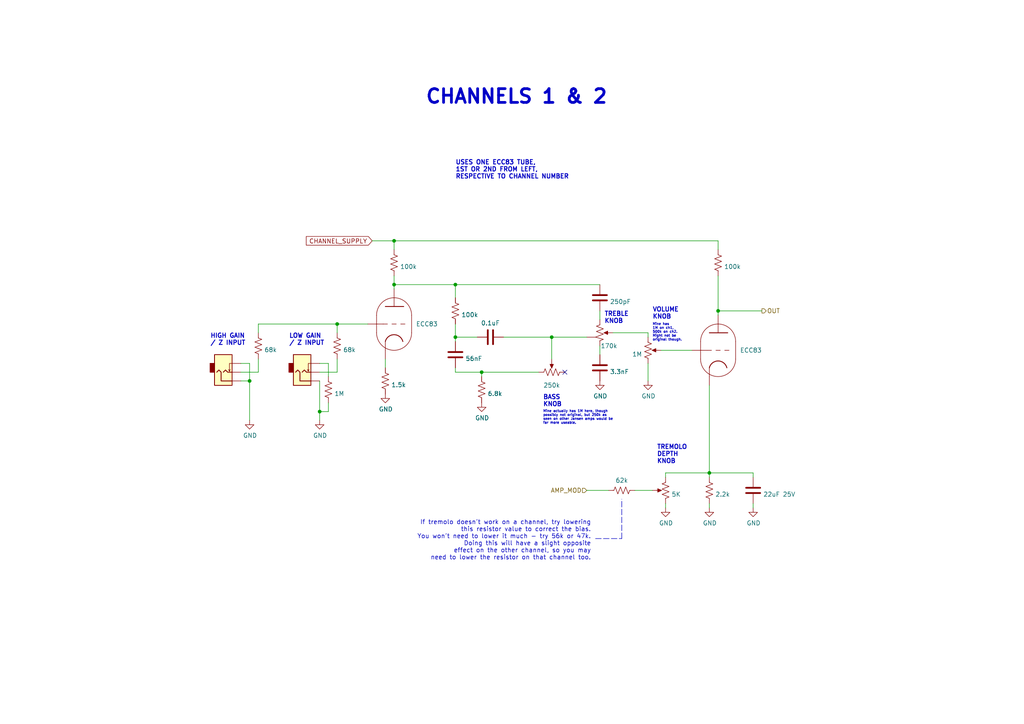
<source format=kicad_sch>
(kicad_sch (version 20211123) (generator eeschema)
  (paper "A4")
  (lib_symbols
    (symbol "AudioJack2_SwitchT_1" (pin_numbers hide) (pin_names hide)
      (property "Reference" "J" (at 0 8.89 0))
      (property "Value" "AudioJack2_SwitchT_1" (at 0 6.35 0))
      (symbol "AudioJack2_SwitchT_1_0_1"
        (rectangle (start -2.54 0) (end -3.81 -2.54) (stroke (width 0.254)) (fill (type outline)))
        (polyline (pts (xy 1.778 -0.254) (xy 2.032 -0.762)))
        (polyline (pts (xy 0 0) (xy 0.635 -0.635) (xy 1.27 0) (xy 2.54 0)) (stroke (width 0.254)))
        (polyline (pts (xy 2.54 -2.54) (xy 1.778 -2.54) (xy 1.778 -0.254) (xy 1.524 -0.762)))
        (polyline (pts (xy 2.54 2.54) (xy -0.635 2.54) (xy -0.635 0) (xy -1.27 -0.635) (xy -1.905 0)) (stroke (width 0.254)))
        (rectangle (start 2.54 3.81) (end -2.54 -5.08) (stroke (width 0.254)) (fill (type background)))
      )
      (symbol "AudioJack2_SwitchT_1_1_1"
        (pin passive line (at 5.08 2.54 180) (length 2.54) (name "~") (number "S"))
        (pin passive line (at 5.08 0 180) (length 2.54) (name "~") (number "T"))
        (pin passive line (at 5.08 -2.54 180) (length 2.54) (name "~") (number "TN"))
      )
    )
    (symbol "Connector:AudioJack2_SwitchT" (pin_numbers hide) (pin_names hide)
      (property "Reference" "J" (at 0 8.89 0))
      (property "Value" "AudioJack2_SwitchT" (at 0 6.35 0))
      (symbol "AudioJack2_SwitchT_0_1"
        (rectangle (start -2.54 0) (end -3.81 -2.54) (stroke (width 0.254)) (fill (type outline)))
        (polyline (pts (xy 1.778 -0.254) (xy 2.032 -0.762)))
        (polyline (pts (xy 0 0) (xy 0.635 -0.635) (xy 1.27 0) (xy 2.54 0)) (stroke (width 0.254)))
        (polyline (pts (xy 2.54 -2.54) (xy 1.778 -2.54) (xy 1.778 -0.254) (xy 1.524 -0.762)))
        (polyline (pts (xy 2.54 2.54) (xy -0.635 2.54) (xy -0.635 0) (xy -1.27 -0.635) (xy -1.905 0)) (stroke (width 0.254)))
        (rectangle (start 2.54 3.81) (end -2.54 -5.08) (stroke (width 0.254)) (fill (type background)))
      )
      (symbol "AudioJack2_SwitchT_1_1"
        (pin passive line (at 5.08 2.54 180) (length 2.54) (name "~") (number "S"))
        (pin passive line (at 5.08 0 180) (length 2.54) (name "~") (number "T"))
        (pin passive line (at 5.08 -2.54 180) (length 2.54) (name "~") (number "TN"))
      )
    )
    (symbol "Device:C" (pin_numbers hide) (pin_names (offset 0.254))
      (property "Reference" "C" (at 0.635 2.54 0))
      (property "Value" "C" (at 0.635 -2.54 0))
      (symbol "C_0_1"
        (polyline (pts (xy -2.032 -0.762) (xy 2.032 -0.762)) (stroke (width 0.508)))
        (polyline (pts (xy -2.032 0.762) (xy 2.032 0.762)) (stroke (width 0.508)))
      )
      (symbol "C_1_1"
        (pin passive line (at 0 3.81 270) (length 2.794) (name "~") (number "1"))
        (pin passive line (at 0 -3.81 90) (length 2.794) (name "~") (number "2"))
      )
    )
    (symbol "Device:R_POT_US" (pin_numbers hide) (pin_names (offset 1.016) hide)
      (property "Reference" "RV" (at -4.445 0 90))
      (property "Value" "Device_R_POT_US" (at -2.54 0 90))
      (symbol "R_POT_US_0_1"
        (polyline (pts (xy 0 -2.286) (xy 0 -2.54)))
        (polyline (pts (xy 0 2.54) (xy 0 2.286)))
        (polyline (pts (xy 2.54 0) (xy 1.524 0)))
        (polyline (pts (xy 1.143 0) (xy 2.286 0.508) (xy 2.286 -0.508) (xy 1.143 0)) (fill (type outline)))
        (polyline (pts (xy 0 -0.762) (xy 1.016 -1.143) (xy 0 -1.524) (xy -1.016 -1.905) (xy 0 -2.286)))
        (polyline (pts (xy 0 0.762) (xy 1.016 0.381) (xy 0 0) (xy -1.016 -0.381) (xy 0 -0.762)))
        (polyline (pts (xy 0 2.286) (xy 1.016 1.905) (xy 0 1.524) (xy -1.016 1.143) (xy 0 0.762)))
      )
      (symbol "R_POT_US_1_1"
        (pin passive line (at 0 3.81 270) (length 1.27) (name "1") (number "1"))
        (pin passive line (at 3.81 0 180) (length 1.27) (name "2") (number "2"))
        (pin passive line (at 0 -3.81 90) (length 1.27) (name "3") (number "3"))
      )
    )
    (symbol "Device:R_US" (pin_numbers hide) (pin_names (offset 0))
      (property "Reference" "R" (at 2.54 0 90))
      (property "Value" "R_US" (at -2.54 0 90))
      (symbol "R_US_0_1"
        (polyline (pts (xy 0 -2.286) (xy 0 -2.54)))
        (polyline (pts (xy 0 2.286) (xy 0 2.54)))
        (polyline (pts (xy 0 -0.762) (xy 1.016 -1.143) (xy 0 -1.524) (xy -1.016 -1.905) (xy 0 -2.286)))
        (polyline (pts (xy 0 0.762) (xy 1.016 0.381) (xy 0 0) (xy -1.016 -0.381) (xy 0 -0.762)))
        (polyline (pts (xy 0 2.286) (xy 1.016 1.905) (xy 0 1.524) (xy -1.016 1.143) (xy 0 0.762)))
      )
      (symbol "R_US_1_1"
        (pin passive line (at 0 3.81 270) (length 1.27) (name "~") (number "1"))
        (pin passive line (at 0 -3.81 90) (length 1.27) (name "~") (number "2"))
      )
    )
    (symbol "ECC83_1" (pin_numbers hide) (pin_names (offset 0) hide)
      (property "Reference" "U" (at 3.302 7.874 0))
      (property "Value" "ECC83_1" (at 8.89 -7.62 0))
      (symbol "ECC83_1_0_1"
        (arc (start -5.08 -2.54) (mid 0 -7.62) (end 5.08 -2.54))
        (polyline (pts (xy 5.08 2.54) (xy 5.08 -2.54)))
        (polyline (pts (xy -5.08 2.54) (xy -5.08 -2.54) (xy -5.08 -2.54)))
        (arc (start 5.08 2.54) (mid 0 7.62) (end -5.08 2.54))
      )
      (symbol "ECC83_1_1_0"
        (polyline (pts (xy -2.54 -5.08) (xy -2.54 -7.62)))
        (polyline (pts (xy 0 5.08) (xy 0 7.62)))
      )
      (symbol "ECC83_1_1_1"
        (polyline (pts (xy -5.08 0) (xy -3.175 0)))
        (polyline (pts (xy -1.905 0) (xy -3.175 0)) (stroke (width 0.1524)))
        (polyline (pts (xy -0.635 0) (xy 0.635 0)) (stroke (width 0.1524)))
        (polyline (pts (xy 1.905 0) (xy 3.175 0)) (stroke (width 0.1524)))
        (polyline (pts (xy -2.54 5.08) (xy 2.794 5.08) (xy 2.794 5.08)) (stroke (width 0.254)))
        (arc (start 2.54 -5.08) (mid 0 -3.0968) (end -2.54 -5.08) (stroke (width 0.254)))
        (pin output line (at 0 10.16 270) (length 2.54) (name "A") (number "6"))
        (pin input line (at -7.62 0 0) (length 2.54) (name "G") (number "7"))
        (pin bidirectional line (at -2.54 -10.16 90) (length 2.54) (name "K") (number "8"))
      )
      (symbol "ECC83_1_2_0"
        (polyline (pts (xy -2.54 -5.08) (xy -2.54 -7.62)))
        (polyline (pts (xy 0 5.08) (xy 0 7.62)))
      )
      (symbol "ECC83_1_2_1"
        (polyline (pts (xy -5.08 0) (xy -3.175 0)))
        (polyline (pts (xy -1.905 0) (xy -3.175 0)) (stroke (width 0.1524)))
        (polyline (pts (xy -0.635 0) (xy 0.635 0)) (stroke (width 0.1524)))
        (polyline (pts (xy 1.905 0) (xy 3.175 0)) (stroke (width 0.1524)))
        (polyline (pts (xy -2.54 5.08) (xy 2.794 5.08) (xy 2.794 5.08)) (stroke (width 0.254)))
        (arc (start 2.54 -5.08) (mid 0 -3.0968) (end -2.54 -5.08) (stroke (width 0.254)))
        (pin output line (at 0 10.16 270) (length 2.54) (name "A") (number "1"))
        (pin input line (at -7.62 0 0) (length 2.54) (name "G") (number "2"))
        (pin bidirectional line (at -2.54 -10.16 90) (length 2.54) (name "K") (number "3"))
      )
      (symbol "ECC83_1_3_1"
        (arc (start 0 -6.35) (mid -1.27 -5.5651) (end -2.54 -6.35))
        (arc (start 2.54 -6.35) (mid 1.27 -5.5651) (end 0 -6.35))
        (pin power_in line (at -2.54 -11.43 90) (length 5.08) (name "F1") (number "4"))
        (pin power_in line (at 2.54 -11.43 90) (length 5.08) (name "F1") (number "5"))
        (pin power_in line (at 0 -11.43 90) (length 5.08) (name "F2") (number "9"))
      )
    )
    (symbol "R_POT_US_1" (pin_numbers hide) (pin_names (offset 1.016) hide)
      (property "Reference" "RV" (at -4.445 0 90))
      (property "Value" "R_POT_US_1" (at -2.54 0 90))
      (symbol "R_POT_US_1_0_1"
        (polyline (pts (xy 0 -2.286) (xy 0 -2.54)))
        (polyline (pts (xy 0 2.54) (xy 0 2.286)))
        (polyline (pts (xy 2.54 0) (xy 1.524 0)))
        (polyline (pts (xy 1.143 0) (xy 2.286 0.508) (xy 2.286 -0.508) (xy 1.143 0)) (fill (type outline)))
        (polyline (pts (xy 0 -0.762) (xy 1.016 -1.143) (xy 0 -1.524) (xy -1.016 -1.905) (xy 0 -2.286)))
        (polyline (pts (xy 0 0.762) (xy 1.016 0.381) (xy 0 0) (xy -1.016 -0.381) (xy 0 -0.762)))
        (polyline (pts (xy 0 2.286) (xy 1.016 1.905) (xy 0 1.524) (xy -1.016 1.143) (xy 0 0.762)))
      )
      (symbol "R_POT_US_1_1_1"
        (pin passive line (at 0 3.81 270) (length 1.27) (name "1") (number "1"))
        (pin passive line (at 3.81 0 180) (length 1.27) (name "2") (number "2"))
        (pin passive line (at 0 -3.81 90) (length 1.27) (name "3") (number "3"))
      )
    )
    (symbol "R_POT_US_2" (pin_numbers hide) (pin_names (offset 1.016) hide)
      (property "Value" "170k" (at 5.08 -3.81 0))
      (symbol "R_POT_US_2_0_1"
        (polyline (pts (xy 0 -2.286) (xy 0 -2.54)))
        (polyline (pts (xy 0 2.54) (xy 0 2.286)))
        (polyline (pts (xy 2.54 0) (xy 1.524 0)))
        (polyline (pts (xy 0 -0.762) (xy -1.27 -1.27) (xy 1.016 -1.905) (xy 0 -2.286)))
        (polyline (pts (xy 1.143 0) (xy 2.286 0.508) (xy 2.286 -0.508) (xy 1.143 0)) (fill (type outline)))
        (polyline (pts (xy 0 0.762) (xy -1.016 0.381) (xy 0 0) (xy 1.016 -0.381) (xy 0 -0.762)))
        (polyline (pts (xy 0 2.286) (xy -1.016 1.905) (xy 0 1.524) (xy 1.016 1.143) (xy 0 0.762)))
      )
      (symbol "R_POT_US_2_1_1"
        (pin passive line (at -3.81 -1.27 0) (length 2.54) (name "") (number ""))
        (pin passive line (at 0 3.81 270) (length 1.27) (name "1") (number "1"))
        (pin passive line (at 3.81 0 180) (length 1.27) (name "2") (number "2"))
        (pin passive line (at 0 -3.81 90) (length 1.27) (name "3") (number "3"))
      )
    )
    (symbol "R_POT_US_3" (pin_numbers hide) (pin_names (offset 1.016) hide)
      (property "Reference" "RV" (at -4.445 0 90))
      (property "Value" "R_POT_US_3" (at -2.54 0 90))
      (symbol "R_POT_US_3_0_1"
        (polyline (pts (xy 0 -2.286) (xy 0 -2.54)))
        (polyline (pts (xy 0 2.54) (xy 0 2.286)))
        (polyline (pts (xy 2.54 0) (xy 1.524 0)))
        (polyline (pts (xy 1.143 0) (xy 2.286 0.508) (xy 2.286 -0.508) (xy 1.143 0)) (fill (type outline)))
        (polyline (pts (xy 0 -0.762) (xy 1.016 -1.143) (xy 0 -1.524) (xy -1.016 -1.905) (xy 0 -2.286)))
        (polyline (pts (xy 0 0.762) (xy 1.016 0.381) (xy 0 0) (xy -1.016 -0.381) (xy 0 -0.762)))
        (polyline (pts (xy 0 2.286) (xy 1.016 1.905) (xy 0 1.524) (xy -1.016 1.143) (xy 0 0.762)))
      )
      (symbol "R_POT_US_3_1_1"
        (pin passive line (at 0 3.81 270) (length 1.27) (name "1") (number "1"))
        (pin passive line (at 3.81 0 180) (length 1.27) (name "2") (number "2"))
        (pin passive line (at 0 -3.81 90) (length 1.27) (name "3") (number "3"))
      )
    )
    (symbol "Valve:ECC83" (pin_numbers hide) (pin_names (offset 0) hide)
      (property "Reference" "U" (at 3.302 7.874 0))
      (property "Value" "ECC83" (at 8.89 -7.62 0))
      (symbol "ECC83_0_1"
        (arc (start -5.08 -2.54) (mid 0 -7.62) (end 5.08 -2.54))
        (polyline (pts (xy 5.08 2.54) (xy 5.08 -2.54)))
        (polyline (pts (xy -5.08 2.54) (xy -5.08 -2.54) (xy -5.08 -2.54)))
        (arc (start 5.08 2.54) (mid 0 7.62) (end -5.08 2.54))
      )
      (symbol "ECC83_1_0"
        (polyline (pts (xy -2.54 -5.08) (xy -2.54 -7.62)))
        (polyline (pts (xy 0 5.08) (xy 0 7.62)))
      )
      (symbol "ECC83_1_1"
        (polyline (pts (xy -5.08 0) (xy -3.175 0)))
        (polyline (pts (xy -1.905 0) (xy -3.175 0)) (stroke (width 0.1524)))
        (polyline (pts (xy -0.635 0) (xy 0.635 0)) (stroke (width 0.1524)))
        (polyline (pts (xy 1.905 0) (xy 3.175 0)) (stroke (width 0.1524)))
        (polyline (pts (xy -2.54 5.08) (xy 2.794 5.08) (xy 2.794 5.08)) (stroke (width 0.254)))
        (arc (start 2.54 -5.08) (mid 0 -3.0968) (end -2.54 -5.08) (stroke (width 0.254)))
        (pin output line (at 0 10.16 270) (length 2.54) (name "A") (number "6"))
        (pin input line (at -7.62 0 0) (length 2.54) (name "G") (number "7"))
        (pin bidirectional line (at -2.54 -10.16 90) (length 2.54) (name "K") (number "8"))
      )
      (symbol "ECC83_2_0"
        (polyline (pts (xy -2.54 -5.08) (xy -2.54 -7.62)))
        (polyline (pts (xy 0 5.08) (xy 0 7.62)))
      )
      (symbol "ECC83_2_1"
        (polyline (pts (xy -5.08 0) (xy -3.175 0)))
        (polyline (pts (xy -1.905 0) (xy -3.175 0)) (stroke (width 0.1524)))
        (polyline (pts (xy -0.635 0) (xy 0.635 0)) (stroke (width 0.1524)))
        (polyline (pts (xy 1.905 0) (xy 3.175 0)) (stroke (width 0.1524)))
        (polyline (pts (xy -2.54 5.08) (xy 2.794 5.08) (xy 2.794 5.08)) (stroke (width 0.254)))
        (arc (start 2.54 -5.08) (mid 0 -3.0968) (end -2.54 -5.08) (stroke (width 0.254)))
        (pin output line (at 0 10.16 270) (length 2.54) (name "A") (number "1"))
        (pin input line (at -7.62 0 0) (length 2.54) (name "G") (number "2"))
        (pin bidirectional line (at -2.54 -10.16 90) (length 2.54) (name "K") (number "3"))
      )
      (symbol "ECC83_3_1"
        (arc (start 0 -6.35) (mid -1.27 -5.5651) (end -2.54 -6.35))
        (arc (start 2.54 -6.35) (mid 1.27 -5.5651) (end 0 -6.35))
        (pin power_in line (at -2.54 -11.43 90) (length 5.08) (name "F1") (number "4"))
        (pin power_in line (at 2.54 -11.43 90) (length 5.08) (name "F1") (number "5"))
        (pin power_in line (at 0 -11.43 90) (length 5.08) (name "F2") (number "9"))
      )
    )
    (symbol "power:GND" (power) (pin_names (offset 0))
      (property "Value" "GND" (at 0 -3.81 0))
      (symbol "GND_0_1"
        (polyline (pts (xy 0 0) (xy 0 -1.27) (xy 1.27 -1.27) (xy 0 -2.54) (xy -1.27 -1.27) (xy 0 -1.27)))
      )
      (symbol "GND_1_1"
        (pin power_in line (at 0 0 270) (length 0) hide (name "GND") (number "1"))
      )
    )
  )
  (junction (at 114.3 69.85))
  (junction (at 132.08 97.79))
  (junction (at 92.71 119.38))
  (junction (at 132.08 82.55))
  (junction (at 72.39 110.49))
  (junction (at 205.74 137.16))
  (junction (at 160.02 97.79))
  (junction (at 139.7 107.95))
  (junction (at 97.79 93.98))
  (junction (at 208.28 90.17))
  (junction (at 114.3 82.55))
  (no_connect (at 163.83 107.95))
  (wire (pts (xy 114.3 69.85) (xy 107.95 69.85)))
  (wire (pts (xy 138.43 97.79) (xy 132.08 97.79)))
  (wire (pts (xy 205.74 138.43) (xy 205.74 137.16)))
  (wire (pts (xy 132.08 106.68) (xy 132.08 107.95)))
  (wire (pts (xy 173.99 102.87) (xy 173.99 100.33)))
  (wire (pts (xy 218.44 137.16) (xy 205.74 137.16)))
  (wire (pts (xy 139.7 107.95) (xy 156.21 107.95)))
  (wire (pts (xy 205.74 137.16) (xy 193.04 137.16)))
  (wire (pts (xy 95.25 119.38) (xy 92.71 119.38)))
  (wire (pts (xy 74.93 107.95) (xy 74.93 104.14)))
  (wire (pts (xy 74.93 93.98) (xy 97.79 93.98)))
  (wire (pts (xy 95.25 105.41) (xy 92.71 105.41)))
  (wire (pts (xy 173.99 82.55) (xy 132.08 82.55)))
  (wire (pts (xy 114.3 83.82) (xy 114.3 82.55)))
  (wire (pts (xy 139.7 107.95) (xy 139.7 109.22)))
  (wire (pts (xy 132.08 82.55) (xy 132.08 86.36)))
  (wire (pts (xy 132.08 97.79) (xy 132.08 99.06)))
  (wire (pts (xy 218.44 138.43) (xy 218.44 137.16)))
  (wire (pts (xy 208.28 72.39) (xy 208.28 69.85)))
  (wire (pts (xy 208.28 91.44) (xy 208.28 90.17)))
  (wire (pts (xy 114.3 69.85) (xy 114.3 72.39)))
  (wire (pts (xy 69.85 110.49) (xy 72.39 110.49)))
  (wire (pts (xy 132.08 93.98) (xy 132.08 97.79)))
  (wire (pts (xy 114.3 82.55) (xy 114.3 80.01)))
  (wire (pts (xy 72.39 110.49) (xy 72.39 105.41)))
  (wire (pts (xy 72.39 121.92) (xy 72.39 110.49)))
  (wire (pts (xy 132.08 107.95) (xy 139.7 107.95)))
  (wire (pts (xy 205.74 137.16) (xy 205.74 111.76)))
  (wire (pts (xy 95.25 116.84) (xy 95.25 119.38)))
  (wire (pts (xy 72.39 105.41) (xy 69.85 105.41)))
  (wire (pts (xy 187.96 96.52) (xy 187.96 97.79)))
  (wire (pts (xy 173.99 92.71) (xy 173.99 90.17)))
  (wire (pts (xy 187.96 110.49) (xy 187.96 105.41)))
  (wire (pts (xy 106.68 93.98) (xy 97.79 93.98)))
  (wire (pts (xy 170.18 142.24) (xy 176.53 142.24)))
  (wire (pts (xy 74.93 96.52) (xy 74.93 93.98)))
  (wire (pts (xy 97.79 93.98) (xy 97.79 96.52)))
  (wire (pts (xy 184.15 142.24) (xy 189.23 142.24)))
  (wire (pts (xy 97.79 107.95) (xy 97.79 104.14)))
  (polyline (pts (xy 172.72 156.21) (xy 180.34 156.21)))
  (wire (pts (xy 160.02 104.14) (xy 160.02 97.79)))
  (wire (pts (xy 160.02 97.79) (xy 146.05 97.79)))
  (wire (pts (xy 92.71 121.92) (xy 92.71 119.38)))
  (wire (pts (xy 200.66 101.6) (xy 191.77 101.6)))
  (wire (pts (xy 111.76 106.68) (xy 111.76 104.14)))
  (wire (pts (xy 193.04 147.32) (xy 193.04 146.05)))
  (wire (pts (xy 218.44 147.32) (xy 218.44 146.05)))
  (wire (pts (xy 205.74 147.32) (xy 205.74 146.05)))
  (wire (pts (xy 193.04 137.16) (xy 193.04 138.43)))
  (wire (pts (xy 95.25 109.22) (xy 95.25 105.41)))
  (wire (pts (xy 69.85 107.95) (xy 74.93 107.95)))
  (polyline (pts (xy 180.34 156.21) (xy 180.34 144.78)))
  (wire (pts (xy 208.28 90.17) (xy 208.28 80.01)))
  (wire (pts (xy 220.98 90.17) (xy 208.28 90.17)))
  (wire (pts (xy 92.71 119.38) (xy 92.71 110.49)))
  (wire (pts (xy 92.71 107.95) (xy 97.79 107.95)))
  (wire (pts (xy 177.8 96.52) (xy 187.96 96.52)))
  (wire (pts (xy 160.02 97.79) (xy 170.18 97.79)))
  (wire (pts (xy 114.3 82.55) (xy 132.08 82.55)))
  (wire (pts (xy 208.28 69.85) (xy 114.3 69.85)))
  (text "If tremolo doesn't work on a channel, try lowering\nthis resistor value to correct the bias.\nYou won't need to lower it much - try 56k or 47k.\nDoing this will have a slight opposite\neffect on the other channel, so you may\nneed to lower the resistor on that channel too." (at 171.45 162.56 0) (effects (font (size 1.27 1.27)) (justify right bottom)))
  (text "LOW GAIN\n/ Z INPUT" (at 83.82 100.33 0) (effects (font (size 1.27 1.27) (thickness 0.254) bold) (justify left bottom)))
  (text "USES ONE ECC83 TUBE,\n1ST OR 2ND FROM LEFT,\nRESPECTIVE TO CHANNEL NUMBER" (at 132.08 52.07 0) (effects (font (size 1.27 1.27) (thickness 0.254) bold) (justify left bottom)))
  (text "HIGH GAIN\n/ Z INPUT" (at 60.96 100.33 0) (effects (font (size 1.27 1.27) (thickness 0.254) bold) (justify left bottom)))
  (text "TREMOLO\nDEPTH\nKNOB" (at 190.5 134.62 0) (effects (font (size 1.27 1.27) (thickness 0.254) bold) (justify left bottom)))
  (text "Mine actually has 1M here, though\npossibly not original, but 250k as\nseen on other Jansen amps would be\nfar more useable." (at 157.48 123.19 0) (effects (font (size 0.7 0.7)) (justify left bottom)))
  (text "TREBLE\nKNOB" (at 175.26 93.98 0) (effects (font (size 1.27 1.27) (thickness 0.254) bold) (justify left bottom)))
  (text "Mine has\n1M on ch1,\n500k on ch2.\nMight not be\noriginal though." (at 189.23 99.06 0) (effects (font (size 0.7 0.7)) (justify left bottom)))
  (text "CHANNELS 1 & 2" (at 123.19 30.48 0) (effects (font (size 3.9878 3.9878) (thickness 0.7976) bold) (justify left bottom)))
  (text "BASS\nKNOB" (at 157.48 118.11 0) (effects (font (size 1.27 1.27) (thickness 0.254) bold) (justify left bottom)))
  (text "VOLUME\nKNOB" (at 189.23 92.71 0) (effects (font (size 1.27 1.27) (thickness 0.254) bold) (justify left bottom)))
  (global_label "CHANNEL_SUPPLY" (shape input) (at 107.95 69.85 180) (property "Intersheet References" "${INTERSHEET_REFS}" (effects hide)))
  (hierarchical_label "AMP_MOD" (shape input) (at 170.18 142.24 180))
  (hierarchical_label "OUT" (shape output) (at 220.98 90.17 0))
  (symbol (lib_name "AudioJack2_SwitchT_1") (lib_id "Connector:AudioJack2_SwitchT") (at 64.77 107.95 0) (mirror x)
    (property "Reference" "J?" (effects hide))
    (property "Value" "AudioJack2_SwitchT" (effects hide))
  )
  (symbol (lib_id "power:GND") (at 72.39 121.92 0)
    (property "Reference" "#PWR?" (effects hide))
    (property "Value" "GND" (at 72.517 126.3142 0))
  )
  (symbol (lib_id "Device:R_US") (at 74.93 100.33 0)
    (property "Reference" "R?" (effects hide))
    (property "Value" "68k" (at 76.6572 101.473 0) (effects (justify left)))
  )
  (symbol (lib_id "Connector:AudioJack2_SwitchT") (at 87.63 107.95 0) (mirror x)
    (property "Reference" "J?" (effects hide))
    (property "Value" "AudioJack2_SwitchT" (effects hide))
  )
  (symbol (lib_id "power:GND") (at 92.71 121.92 0)
    (property "Reference" "#PWR?" (effects hide))
    (property "Value" "GND" (at 92.837 126.3142 0))
  )
  (symbol (lib_id "Device:R_US") (at 97.79 100.33 0)
    (property "Reference" "R?" (effects hide))
    (property "Value" "68k" (at 99.5172 101.473 0) (effects (justify left)))
  )
  (symbol (lib_id "Device:R_US") (at 95.25 113.03 0)
    (property "Reference" "R?" (effects hide))
    (property "Value" "1M" (at 96.9772 114.173 0) (effects (justify left)))
  )
  (symbol (lib_id "Valve:ECC83") (at 114.3 93.98 0)
    (property "Reference" "U?" (effects hide))
    (property "Value" "ECC83" (at 120.65 93.98 0) (effects (justify left)))
    (property "Footprint" "Valve:Valve_Noval_P" (effects hide))
    (property "Datasheet" "http://www.r-type.org/pdfs/ecc83.pdf" (effects hide))
  )
  (symbol (lib_id "Device:R_US") (at 111.76 110.49 0)
    (property "Reference" "R?" (effects hide))
    (property "Value" "1.5k" (at 113.4872 111.633 0) (effects (justify left)))
  )
  (symbol (lib_id "power:GND") (at 111.76 114.3 0)
    (property "Reference" "#PWR?" (effects hide))
    (property "Value" "GND" (at 111.887 118.6942 0))
  )
  (symbol (lib_id "Device:R_US") (at 114.3 76.2 0)
    (property "Reference" "R?" (effects hide))
    (property "Value" "100k" (at 116.0272 77.343 0) (effects (justify left)))
  )
  (symbol (lib_id "Device:R_US") (at 132.08 90.17 0)
    (property "Reference" "R?" (effects hide))
    (property "Value" "100k" (at 133.8072 91.313 0) (effects (justify left)))
  )
  (symbol (lib_id "Device:C") (at 142.24 97.79 270)
    (property "Reference" "C?" (effects hide))
    (property "Value" "0.1uF" (at 142.24 93.7006 90))
  )
  (symbol (lib_id "Device:C") (at 132.08 102.87 0)
    (property "Reference" "C?" (effects hide))
    (property "Value" "56nF" (at 135.001 104.013 0) (effects (justify left)))
  )
  (symbol (lib_id "Device:R_US") (at 139.7 113.03 0)
    (property "Reference" "R?" (effects hide))
    (property "Value" "6.8k" (at 141.4272 114.173 0) (effects (justify left)))
  )
  (symbol (lib_id "power:GND") (at 139.7 116.84 0)
    (property "Reference" "#PWR?" (effects hide))
    (property "Value" "GND" (at 139.827 121.2342 0))
  )
  (symbol (lib_name "R_POT_US_1") (lib_id "Device:R_POT_US") (at 160.02 107.95 90)
    (property "Reference" "RV?" (effects hide))
    (property "Value" "250k" (at 160.02 111.76 90))
  )
  (symbol (lib_id "Device:C") (at 173.99 86.36 180)
    (property "Reference" "C?" (effects hide))
    (property "Value" "250pF" (at 176.911 87.503 0) (effects (justify right)))
  )
  (symbol (lib_name "R_POT_US_2") (lib_id "Device:R_POT_US") (at 173.99 96.52 0)
    (property "Reference" "RV?" (effects hide))
    (property "Value" "170k" (at 179.07 100.33 0) (effects (justify right)))
  )
  (symbol (lib_id "Device:C") (at 173.99 106.68 0)
    (property "Reference" "C?" (effects hide))
    (property "Value" "3.3nF" (at 176.911 107.823 0) (effects (justify left)))
  )
  (symbol (lib_id "power:GND") (at 173.99 110.49 0)
    (property "Reference" "#PWR?" (effects hide))
    (property "Value" "GND" (at 174.117 114.8842 0))
  )
  (symbol (lib_name "R_POT_US_3") (lib_id "Device:R_POT_US") (at 187.96 101.6 0)
    (property "Reference" "RV?" (effects hide))
    (property "Value" "1M" (at 186.2328 102.743 0) (effects (justify right)))
  )
  (symbol (lib_id "power:GND") (at 187.96 110.49 0)
    (property "Reference" "#PWR?" (effects hide))
    (property "Value" "GND" (at 188.087 114.8842 0))
  )
  (symbol (lib_name "ECC83_1") (lib_id "Valve:ECC83") (at 208.28 101.6 0)
    (property "Reference" "U?" (effects hide))
    (property "Value" "ECC83" (at 214.63 101.6 0) (effects (justify left)))
    (property "Footprint" "Valve:Valve_Noval_P" (effects hide))
    (property "Datasheet" "http://www.r-type.org/pdfs/ecc83.pdf" (effects hide))
  )
  (symbol (lib_id "Device:R_US") (at 208.28 76.2 0)
    (property "Reference" "R?" (effects hide))
    (property "Value" "100k" (at 210.0072 77.343 0) (effects (justify left)))
  )
  (symbol (lib_id "Device:R_US") (at 205.74 142.24 0)
    (property "Reference" "R?" (effects hide))
    (property "Value" "2.2k" (at 207.4672 143.383 0) (effects (justify left)))
  )
  (symbol (lib_id "Device:C") (at 218.44 142.24 0)
    (property "Reference" "C?" (effects hide))
    (property "Value" "22uF 25V" (at 221.361 143.383 0) (effects (justify left)))
  )
  (symbol (lib_id "Device:R_POT_US") (at 193.04 142.24 0) (mirror y)
    (property "Reference" "RV?" (effects hide))
    (property "Value" "5K" (at 194.7672 143.383 0) (effects (justify right)))
  )
  (symbol (lib_id "power:GND") (at 193.04 147.32 0)
    (property "Reference" "#PWR?" (effects hide))
    (property "Value" "GND" (at 193.167 151.7142 0))
  )
  (symbol (lib_id "Device:R_US") (at 180.34 142.24 270)
    (property "Reference" "R?" (effects hide))
    (property "Value" "62k" (at 180.34 139.3444 90))
  )
  (symbol (lib_id "power:GND") (at 205.74 147.32 0)
    (property "Reference" "#PWR?" (effects hide))
    (property "Value" "GND" (at 205.867 151.7142 0))
  )
  (symbol (lib_id "power:GND") (at 218.44 147.32 0)
    (property "Reference" "#PWR?" (effects hide))
    (property "Value" "GND" (at 218.567 151.7142 0))
  )
)
</source>
